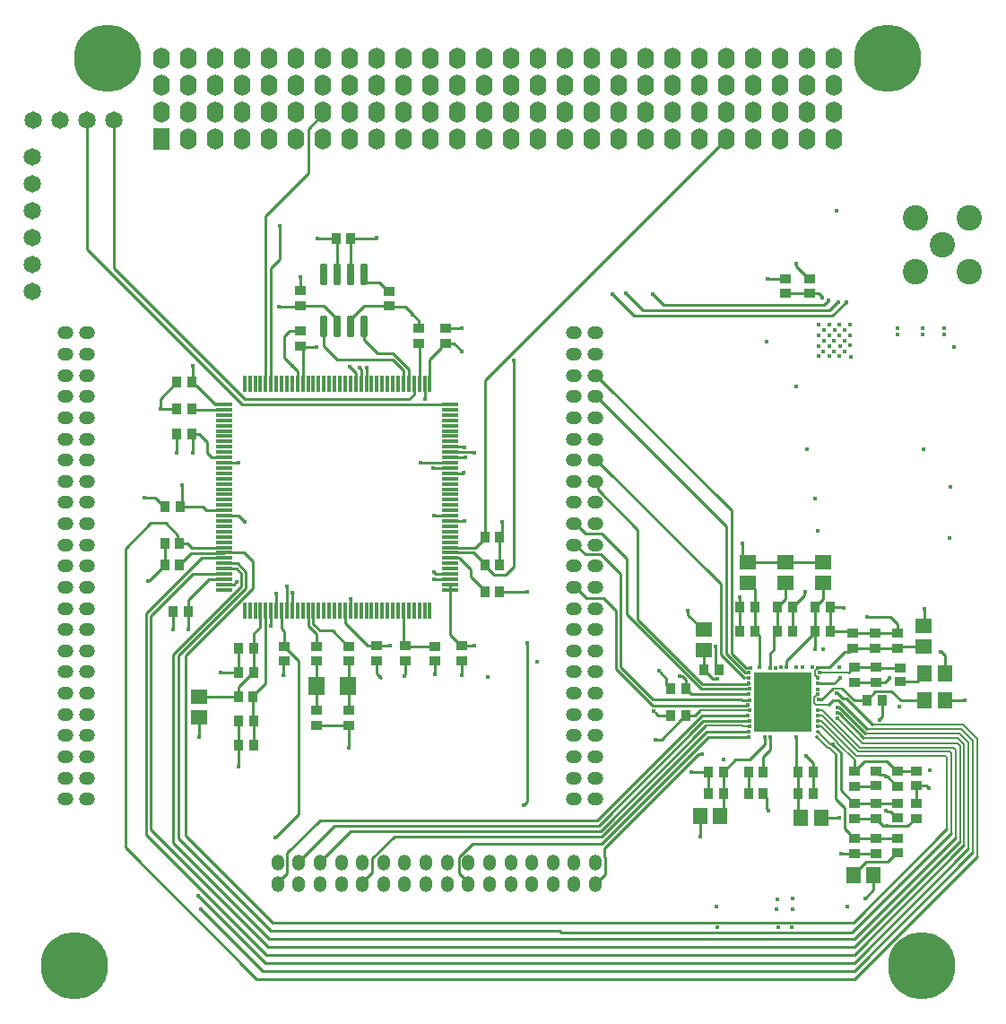
<source format=gbl>
G04*
G04 #@! TF.GenerationSoftware,Altium Limited,Altium Designer,21.0.8 (223)*
G04*
G04 Layer_Physical_Order=4*
G04 Layer_Color=16711680*
%FSLAX25Y25*%
%MOIN*%
G70*
G04*
G04 #@! TF.SameCoordinates,8C76C3ED-8D82-4A5C-AC10-AB376F5EDEF7*
G04*
G04*
G04 #@! TF.FilePolarity,Positive*
G04*
G01*
G75*
%ADD13C,0.01000*%
%ADD15C,0.00800*%
%ADD16R,0.03740X0.04134*%
%ADD18R,0.04134X0.03740*%
%ADD31R,0.05472X0.06181*%
%ADD33R,0.06181X0.05472*%
%ADD60C,0.00600*%
%ADD69C,0.25000*%
%ADD70O,0.05906X0.04921*%
%ADD71O,0.04921X0.05906*%
%ADD72O,0.06299X0.07874*%
%ADD73R,0.06299X0.07874*%
%ADD74C,0.09449*%
%ADD75C,0.06496*%
%ADD76C,0.01500*%
%ADD77C,0.01575*%
%ADD78C,0.01400*%
G04:AMPARAMS|DCode=86|XSize=61.42mil|YSize=11.02mil|CornerRadius=1.38mil|HoleSize=0mil|Usage=FLASHONLY|Rotation=0.000|XOffset=0mil|YOffset=0mil|HoleType=Round|Shape=RoundedRectangle|*
%AMROUNDEDRECTD86*
21,1,0.06142,0.00827,0,0,0.0*
21,1,0.05866,0.01102,0,0,0.0*
1,1,0.00276,0.02933,-0.00413*
1,1,0.00276,-0.02933,-0.00413*
1,1,0.00276,-0.02933,0.00413*
1,1,0.00276,0.02933,0.00413*
%
%ADD86ROUNDEDRECTD86*%
G04:AMPARAMS|DCode=87|XSize=61.42mil|YSize=11.02mil|CornerRadius=1.38mil|HoleSize=0mil|Usage=FLASHONLY|Rotation=90.000|XOffset=0mil|YOffset=0mil|HoleType=Round|Shape=RoundedRectangle|*
%AMROUNDEDRECTD87*
21,1,0.06142,0.00827,0,0,90.0*
21,1,0.05866,0.01102,0,0,90.0*
1,1,0.00276,0.00413,0.02933*
1,1,0.00276,0.00413,-0.02933*
1,1,0.00276,-0.00413,-0.02933*
1,1,0.00276,-0.00413,0.02933*
%
%ADD87ROUNDEDRECTD87*%
G04:AMPARAMS|DCode=88|XSize=77.56mil|YSize=23.62mil|CornerRadius=2.95mil|HoleSize=0mil|Usage=FLASHONLY|Rotation=90.000|XOffset=0mil|YOffset=0mil|HoleType=Round|Shape=RoundedRectangle|*
%AMROUNDEDRECTD88*
21,1,0.07756,0.01772,0,0,90.0*
21,1,0.07165,0.02362,0,0,90.0*
1,1,0.00591,0.00886,0.03583*
1,1,0.00591,0.00886,-0.03583*
1,1,0.00591,-0.00886,-0.03583*
1,1,0.00591,-0.00886,0.03583*
%
%ADD88ROUNDEDRECTD88*%
%ADD89R,0.05906X0.07087*%
%ADD90C,0.00700*%
%ADD91R,0.21762X0.22000*%
D13*
X378120Y217752D02*
X378228Y217645D01*
X381053D01*
X380416Y215706D02*
X380462Y215752D01*
X345031Y215706D02*
X380416D01*
X357354Y212000D02*
X360897D01*
X331400Y229337D02*
X345031Y215706D01*
X360897Y212000D02*
X362724Y213827D01*
X371858Y211940D02*
X371971Y211827D01*
X380611D01*
X363372Y211940D02*
X371858D01*
X363923Y209940D02*
X380956D01*
X381015Y209880D01*
X380644Y206040D02*
X380751Y205933D01*
X365245Y206040D02*
X380644D01*
X365695Y204040D02*
X380752D01*
X380839Y203952D01*
X325955Y164300D02*
X365695Y204040D01*
X358921Y220433D02*
X359550Y219804D01*
X380833D01*
X324433Y173000D02*
X363372Y211940D01*
X324983Y171000D02*
X363923Y209940D01*
X363250Y221740D02*
X380965D01*
X381005Y221780D01*
X394819Y232177D02*
X405498Y242856D01*
X394819Y229787D02*
Y232177D01*
X405498Y242856D02*
X405546Y242903D01*
Y243100D01*
Y252100D01*
X388678Y229714D02*
Y234981D01*
X390176Y236478D01*
X372334Y234807D02*
X379289Y227852D01*
X380745D02*
X380855Y227742D01*
X379289Y227852D02*
X380745D01*
X379782Y229718D02*
X381297D01*
X380748Y223658D02*
X380846Y223756D01*
X363594Y223658D02*
X380748D01*
X345248Y217752D02*
X378120D01*
X407043Y217847D02*
X407847D01*
X412000Y222000D01*
X406933Y217737D02*
X407043Y217847D01*
X406447Y223740D02*
X412477D01*
X406385Y229740D02*
X410740D01*
X406356Y229710D02*
X406385Y229740D01*
X418148Y235594D02*
X419400Y236846D01*
X410740Y229740D02*
X416594Y235594D01*
X418148D01*
X430945Y170897D02*
X431890D01*
X432000Y170787D01*
X411997Y201110D02*
X412104D01*
X411943Y201057D02*
X411997Y201110D01*
X412050Y201057D02*
X415000Y198107D01*
X412477Y223740D02*
X414689Y225952D01*
X427900Y220951D02*
X433842D01*
X437293Y217500D01*
X424646Y217697D02*
X427900Y220951D01*
X201500Y123000D02*
X420061D01*
X460900Y163839D01*
X202212Y126000D02*
X420000D01*
X459300Y165300D01*
X420000Y120000D02*
X462500Y162500D01*
X201000Y120000D02*
X420000D01*
X200000Y117000D02*
X420000D01*
X464100Y161100D01*
X420000Y114000D02*
X465700Y159700D01*
X197831Y114000D02*
X420000D01*
X202402Y129000D02*
X420000D01*
X457700Y166700D01*
X311255Y131225D02*
X419225D01*
X456100Y168100D01*
X413000Y181000D02*
X416500Y177500D01*
X413000Y181000D02*
Y197686D01*
X166800Y164602D02*
X202402Y129000D01*
X166800Y164602D02*
Y234481D01*
X168858Y166326D02*
X203184Y132000D01*
X168858Y166326D02*
Y234121D01*
X203184Y132000D02*
X310480D01*
X156900Y167600D02*
X201500Y123000D01*
X156900Y167600D02*
Y249956D01*
X176000Y145000D02*
X201000Y120000D01*
X177000Y140000D02*
X200000Y117000D01*
X149000Y162831D02*
X197831Y114000D01*
X149000Y162831D02*
Y274000D01*
X158500Y169712D02*
X202212Y126000D01*
X158500Y169712D02*
Y248926D01*
X171303Y167387D02*
Y234303D01*
Y167387D02*
X203690Y135000D01*
X419700D01*
X415226Y216507D02*
X424884Y206849D01*
X417130Y218107D02*
X426789Y208449D01*
X413713Y212942D02*
X413823Y212832D01*
X414375D02*
X423559Y203649D01*
X413641Y220213D02*
X415747Y218107D01*
X414563Y214907D02*
X424221Y205249D01*
X310480Y132000D02*
X311255Y131225D01*
X415084Y216507D02*
X415226D01*
X419700Y135000D02*
X454500Y169800D01*
X414091Y217500D02*
X415084Y216507D01*
X413823Y212832D02*
X414375D01*
X413500Y220213D02*
X413641D01*
X415747Y218107D02*
X417130D01*
X424000Y144000D02*
X427260Y147260D01*
Y152500D01*
X168858Y234121D02*
X193864Y259127D01*
X166800Y234481D02*
X192264Y259945D01*
X171303Y234303D02*
X196349Y259349D01*
X326205Y167000D02*
X365245Y206040D01*
X249000Y167000D02*
X326205D01*
X278167Y164300D02*
X325955D01*
X226910Y171000D02*
X324983D01*
X221417Y173000D02*
X324433D01*
X325763Y169000D02*
X364835Y208072D01*
X232784Y169000D02*
X325763D01*
X362274Y197491D02*
X363491D01*
X327237Y159205D02*
Y162454D01*
X362274Y197491D01*
X363491D02*
X363500Y197500D01*
X357354Y211803D02*
Y212000D01*
X348354Y203000D02*
X355787Y210433D01*
X355984D02*
X357354Y211803D01*
X355787Y210433D02*
X355984D01*
X346000Y203000D02*
X348354D01*
X207877Y227123D02*
X208000Y227000D01*
X163842Y267803D02*
Y276000D01*
X180000Y262500D02*
X186000D01*
X239002Y237998D02*
X247588D01*
X273657Y238000D02*
X274000D01*
X174000Y309500D02*
Y316500D01*
X214431Y348715D02*
X214716Y349000D01*
X213803Y364146D02*
X222927D01*
X357354Y221803D02*
Y225339D01*
X287958Y278000D02*
X289000Y279043D01*
X240932Y158932D02*
X249000Y167000D01*
X237162Y149756D02*
X240932Y153525D01*
Y158932D01*
X221414Y157630D02*
X232784Y169000D01*
X213540Y157630D02*
X226910Y171000D01*
X272972Y153316D02*
X276532Y149756D01*
Y149264D02*
Y149756D01*
X272972Y159105D02*
X278167Y164300D01*
X272972Y153316D02*
Y159105D01*
X209262Y160844D02*
X221417Y173000D01*
X209262Y153351D02*
Y160844D01*
X290428Y264119D02*
X293508Y267199D01*
X286227Y264119D02*
X290428D01*
X282643Y267703D02*
X286227Y264119D01*
X293508Y267199D02*
Y343992D01*
X282643Y267703D02*
Y268097D01*
X289000Y279043D02*
Y284000D01*
X263685Y265154D02*
X263841D01*
X264438Y264557D01*
X269847D01*
X277362Y263577D02*
Y266251D01*
X273202Y270411D02*
X277362Y266251D01*
X269898Y270411D02*
X273202D01*
X269847Y311801D02*
X269888Y311760D01*
X274949D02*
X274989Y311720D01*
X269888Y311760D02*
X274949D01*
X248302Y346698D02*
X254324Y340676D01*
X242824Y346698D02*
X248302D01*
X237800Y351722D02*
X242824Y346698D01*
X248383Y344117D02*
X252406Y340094D01*
X227883Y344117D02*
X248383D01*
X222800Y349200D02*
X227883Y344117D01*
X236658Y335147D02*
Y340564D01*
X236000Y341222D02*
X236658Y340564D01*
X236000Y341222D02*
Y341378D01*
X232500Y341500D02*
X234690Y339310D01*
X238630Y335151D02*
Y341230D01*
X238681Y341281D01*
X192264Y259945D02*
Y264585D01*
X193864Y259127D02*
Y265248D01*
X196349Y259349D02*
Y269151D01*
X193069Y272431D02*
X196349Y269151D01*
X190324Y266525D02*
X192264Y264585D01*
X185753Y266525D02*
X190324D01*
X190618Y268494D02*
X193864Y265248D01*
X185753Y268494D02*
X190618D01*
X174130Y264557D02*
X185736D01*
X158500Y248926D02*
X174130Y264557D01*
X156900Y249956D02*
X177444Y270500D01*
X192481Y327549D02*
X269847D01*
X134900Y385129D02*
Y433300D01*
Y385129D02*
X192481Y327549D01*
X173854Y336000D02*
X174000Y336146D01*
X183320Y327600D02*
X183371Y327549D01*
X174000Y336146D02*
Y342000D01*
X183371Y327549D02*
X185753D01*
X175421Y334433D02*
X182369Y327486D01*
X185668D01*
X411810Y360409D02*
X417005Y365604D01*
X338091Y360409D02*
X411810D01*
X330000Y368500D02*
X338091Y360409D01*
X410882Y362500D02*
X413934Y365552D01*
X335000Y369000D02*
X341500Y362500D01*
X410882D01*
X372500Y426300D02*
Y426300D01*
X282743Y278100D02*
Y336543D01*
X372500Y426300D01*
X327337Y152824D02*
Y159105D01*
X327237Y159205D02*
X327337Y159105D01*
X323776Y149264D02*
X327337Y152824D01*
X359500Y191000D02*
X365646D01*
X320409Y255586D02*
X326833D01*
X316394Y259600D02*
X320409Y255586D01*
X326833D02*
X331400Y251019D01*
Y229337D02*
Y251019D01*
X325656Y271753D02*
X333000Y264408D01*
Y230000D02*
Y264408D01*
X319990Y271753D02*
X325656D01*
X335500Y249490D02*
Y270223D01*
X326096Y279627D02*
X335500Y270223D01*
X319990Y279627D02*
X326096D01*
X339612Y247641D02*
X363594Y223658D01*
X364146Y228803D02*
Y236094D01*
X367293Y225656D02*
X368949D01*
X364146Y228803D02*
X367293Y225656D01*
X368949D02*
X369059Y225546D01*
X339612Y247641D02*
Y280888D01*
X335500Y249490D02*
X363250Y221740D01*
X356106Y226587D02*
X357354Y225339D01*
X355307Y226587D02*
X356106D01*
X324700Y295800D02*
X339612Y280888D01*
X355197Y226697D02*
X355307Y226587D01*
X324269Y330466D02*
X372334Y282401D01*
Y234807D02*
Y282401D01*
X374500Y235000D02*
X379782Y229718D01*
X324269Y338340D02*
X374500Y288109D01*
Y235000D02*
Y288109D01*
X324269Y306844D02*
X370365Y260747D01*
Y234513D02*
X379029Y225850D01*
X380691Y225740D02*
X380847D01*
X380581Y225850D02*
X380691Y225740D01*
X370365Y234513D02*
Y260747D01*
X368484Y230370D02*
X369854Y229000D01*
X368484Y230370D02*
Y237589D01*
X368478Y237596D02*
X368484Y237589D01*
X268000Y356000D02*
X274000D01*
X268000Y350146D02*
X271229D01*
X273955Y347419D01*
Y347392D02*
Y347419D01*
X258312Y335147D02*
Y349834D01*
X258000Y350146D02*
X258312Y349834D01*
X266433Y348579D02*
Y348776D01*
X267803Y350146D02*
X268000D01*
X266433Y348776D02*
X267803Y350146D01*
X262249Y344394D02*
X266433Y348579D01*
X262249Y335147D02*
Y344394D01*
X253000Y364000D02*
X255902Y361098D01*
Y361031D02*
Y361098D01*
X258000Y356000D02*
Y358933D01*
X255902Y361031D02*
X258000Y358933D01*
X156047Y292953D02*
X160193D01*
X162276Y291067D02*
X163646Y289697D01*
X162079Y291067D02*
X162276D01*
X160193Y292953D02*
X162079Y291067D01*
X163646Y289500D02*
Y289697D01*
X156000Y293000D02*
X156047Y292953D01*
X254500Y329500D02*
X256343Y331343D01*
X193500Y329500D02*
X254500D01*
X144900Y378100D02*
X193500Y329500D01*
X215000Y335152D02*
X215005Y335147D01*
X214358Y348642D02*
X215000Y348000D01*
Y335152D02*
Y348000D01*
X214716Y349000D02*
X220000D01*
X214000Y349146D02*
X214431Y348715D01*
X210000Y355000D02*
X214000D01*
X208000Y353000D02*
X210000Y355000D01*
X208000Y345000D02*
Y353000D01*
Y345000D02*
X211000Y342000D01*
X206000Y364000D02*
X213657D01*
X213803Y364146D01*
X267854Y357000D02*
X267954Y357100D01*
X173854Y335803D02*
Y336000D01*
X175224Y334433D02*
X175421D01*
X173854Y335803D02*
X175224Y334433D01*
X162000Y329658D02*
X168146Y335803D01*
X162000Y326000D02*
Y329658D01*
X168146Y335803D02*
Y336000D01*
X162000Y326000D02*
X168146D01*
X252747Y226842D02*
X253000Y227095D01*
X252747Y226687D02*
Y226842D01*
X253000Y227095D02*
Y232146D01*
X274000Y227000D02*
Y232146D01*
X269790Y241867D02*
X272433Y239224D01*
Y239224D02*
Y239224D01*
X269790Y241867D02*
Y258600D01*
X272433Y239224D02*
X273657Y238000D01*
X269790Y258600D02*
X269842Y258651D01*
X269847D01*
Y260620D01*
X274000Y237854D02*
X274055Y237800D01*
X278705D01*
X230756Y246244D02*
Y251050D01*
Y246244D02*
X239002Y237998D01*
X242412Y227588D02*
X244000Y226000D01*
X242412Y227588D02*
Y232146D01*
X252406Y237603D02*
Y251053D01*
X232724Y251056D02*
Y255207D01*
X203194Y335147D02*
Y378292D01*
X275439Y307855D02*
X275448Y307847D01*
X260280Y335147D02*
X260286Y335141D01*
X269838Y262579D02*
X269847Y262588D01*
Y307864D02*
X269856Y307855D01*
X260286Y329543D02*
X260292Y329537D01*
X203169Y245325D02*
X203182Y245337D01*
X263674Y262570D02*
X263684Y262579D01*
X263790Y286210D02*
X269847D01*
X260286Y329543D02*
Y335141D01*
X185753Y286210D02*
X191119D01*
X209098Y251054D02*
X209099Y251053D01*
X263684Y262579D02*
X269838D01*
X211000Y342000D02*
X213036Y339964D01*
X203182Y251041D02*
X203194Y251053D01*
X263390Y303940D02*
X269834D01*
X206500Y381598D02*
Y394000D01*
X230753Y251053D02*
X230756Y251050D01*
X234690Y335147D02*
Y339310D01*
X209098Y251054D02*
Y259902D01*
X191119Y286210D02*
X193330Y284000D01*
X193500D01*
X209096Y259904D02*
X209098Y259902D01*
X205111Y251104D02*
X205162Y251053D01*
X238627Y335147D02*
X238630Y335151D01*
X203182Y245337D02*
Y251041D01*
X263377Y303953D02*
X263390Y303940D01*
X211068Y251053D02*
X211110Y251095D01*
X203194Y378292D02*
X206500Y381598D01*
X269856Y307855D02*
X275439D01*
X213036Y335147D02*
Y339964D01*
X269834Y303940D02*
X269847Y303927D01*
X211110Y251095D02*
Y257355D01*
X205045Y257300D02*
X205111Y257234D01*
Y251104D02*
Y257234D01*
X269850Y284245D02*
X275089D01*
X211110Y257355D02*
X211286Y257530D01*
X269847Y309832D02*
X278561D01*
X232721Y251053D02*
X232724Y251056D01*
X185753Y305895D02*
X191105D01*
X275089Y284245D02*
X275093Y284248D01*
X258895Y305895D02*
X269847D01*
X232724Y255207D02*
X232728Y255210D01*
X278742Y309651D02*
X278897D01*
X269847Y284242D02*
X269850Y284245D01*
X278561Y309832D02*
X278742Y309651D01*
X269847Y301958D02*
X274549D01*
X274742Y302151D01*
X274897D01*
X185753Y260620D02*
X185804Y260671D01*
X189439D02*
X190268Y261500D01*
X185804Y260671D02*
X189439D01*
X253197Y237657D02*
X264000D01*
X126926Y298970D02*
X127418D01*
X315902Y156646D02*
Y157138D01*
X172607Y243877D02*
Y250393D01*
X172500Y250500D02*
X172607Y250393D01*
X166646Y243898D02*
X166682Y243861D01*
X166646Y243898D02*
Y250500D01*
X168000Y316500D02*
X168263Y316237D01*
Y309445D02*
Y316237D01*
X172354Y254854D02*
X180000Y262500D01*
X172354Y250500D02*
Y254854D01*
X185744Y264548D02*
X185753Y264557D01*
X185736D02*
X185744Y264548D01*
X177444Y270500D02*
X185715D01*
X158149Y262110D02*
X163842Y267803D01*
X157610Y262110D02*
X158149D01*
X157500Y262000D02*
X157610Y262110D01*
X170000Y290146D02*
Y297500D01*
X169354Y289500D02*
X170000Y290146D01*
X185724Y288150D02*
X185753Y288179D01*
X178982Y288150D02*
X185724D01*
X177632Y289500D02*
X178982Y288150D01*
X169354Y289500D02*
X177632D01*
X174000Y316500D02*
X176500D01*
X179500Y313500D01*
Y309500D02*
Y313500D01*
X181136Y307864D02*
X185753D01*
X179500Y309500D02*
X181136Y307864D01*
X176500Y204000D02*
Y211240D01*
X452500Y235500D02*
X453760Y234240D01*
Y227500D02*
Y234240D01*
X394600Y368997D02*
X403300D01*
X407730Y367826D02*
X408138Y367418D01*
Y367263D02*
Y367418D01*
X403300Y368997D02*
X406667D01*
X407730Y367826D02*
Y367934D01*
X406667Y368997D02*
X407730Y367934D01*
X349000Y364500D02*
X408833D01*
X410503Y366170D01*
X345000Y368500D02*
X349000Y364500D01*
X456900Y348900D02*
X457000Y349000D01*
X412000Y217500D02*
X414091D01*
X410500Y216000D02*
X412000Y217500D01*
X415000Y184158D02*
Y198107D01*
X405498Y236632D02*
Y242856D01*
X388000Y176500D02*
Y176655D01*
X386157Y183000D02*
X387528Y181630D01*
Y177128D02*
Y181630D01*
Y177128D02*
X388000Y176655D01*
X446832Y185843D02*
X447721Y184953D01*
X443000Y185843D02*
X446832D01*
X447721Y184953D02*
X447877D01*
X443000Y179354D02*
Y185843D01*
X432158Y195000D02*
X435803Y191354D01*
X423842Y195000D02*
X432158D01*
X435803Y191354D02*
X436000D01*
X420197D02*
X423842Y195000D01*
X420000Y191354D02*
X420197D01*
X415000Y184158D02*
X419803Y179354D01*
X436000Y191354D02*
X442803D01*
X443000Y191157D01*
X429370Y189787D02*
X431204D01*
X431735Y189256D01*
X431890D01*
X432303Y189146D02*
X435803Y185646D01*
X432000Y189146D02*
X432303D01*
X431890Y189256D02*
X432000Y189146D01*
X435803Y185646D02*
X436197D01*
X432000Y176485D02*
X432142Y176343D01*
X432000Y176485D02*
Y176500D01*
X435803Y173843D02*
X436000D01*
X433303Y176343D02*
X435803Y173843D01*
X432142Y176343D02*
X433303D01*
X419740Y152854D02*
X424386Y157500D01*
X419740Y152500D02*
Y152854D01*
X435803Y160843D02*
X436000D01*
X432461Y157500D02*
X435803Y160843D01*
X424386Y157500D02*
X432461D01*
X415000Y160500D02*
X419854D01*
X420000Y160646D01*
X428000D01*
X439945Y170787D02*
X442803Y173646D01*
X443000D01*
X432000Y170787D02*
X439945D01*
X428197Y173646D02*
X430945Y170897D01*
X420000Y173646D02*
X428197D01*
X420000Y166354D02*
X428000D01*
X418433Y167724D02*
Y167921D01*
X416500Y169854D02*
X418433Y167921D01*
X419803Y166354D02*
X420000D01*
X418433Y167724D02*
X419803Y166354D01*
X416500Y169854D02*
Y177500D01*
X407922Y173838D02*
X414443D01*
X407760Y174000D02*
X407922Y173838D01*
X207877Y227123D02*
Y232219D01*
X208000Y232343D01*
X213500Y175312D02*
Y232354D01*
X204913Y166725D02*
X213500Y175312D01*
X169158Y276000D02*
X172163D01*
X173764Y274399D01*
X185753D01*
X169158Y268000D02*
X173537Y272379D01*
X185753Y272431D02*
X193069D01*
X185702Y272379D02*
X185753Y272431D01*
X420000Y191354D02*
Y195636D01*
X413823Y214907D02*
X414563D01*
X413713Y215017D02*
X413823Y214907D01*
X429307Y210336D02*
Y210492D01*
X430354Y211539D02*
Y217500D01*
X429307Y210492D02*
X430354Y211539D01*
X149000Y274000D02*
X158500Y283500D01*
X346000Y213000D02*
X347000Y212000D01*
X351646D01*
X348000Y228000D02*
X350276Y225724D01*
Y223370D02*
X351646Y222000D01*
X350276Y223370D02*
Y225724D01*
X357354Y221803D02*
X358724Y220433D01*
X358921D01*
X333000Y230000D02*
X345248Y217752D01*
X363646Y243760D02*
X364000D01*
X358110Y249295D02*
X363646Y243760D01*
X358110Y249295D02*
Y250890D01*
X358000Y251000D02*
X358110Y250890D01*
X364000Y236240D02*
X364146Y236094D01*
X377500Y252146D02*
X377546Y252100D01*
X377500Y252146D02*
Y256000D01*
X377546Y243100D02*
Y252100D01*
X378500Y270760D02*
X380400Y268860D01*
X378500Y270760D02*
Y276000D01*
X288276Y257781D02*
X298397D01*
X288158Y257900D02*
X288276Y257781D01*
X398610Y378805D02*
X403103Y374312D01*
X398500Y380000D02*
X398610Y379890D01*
Y378805D02*
Y379890D01*
X403103Y374312D02*
X403300D01*
X387867Y374212D02*
X394500D01*
X402500Y311000D02*
Y311156D01*
X397254Y252297D02*
X401542Y256584D01*
X397254Y243100D02*
Y252297D01*
X401542Y256584D02*
Y257671D01*
X401652Y257781D01*
X411254Y252100D02*
X415900D01*
X416000Y252000D01*
X436200Y242554D02*
Y245800D01*
X433511Y248489D02*
X436200Y245800D01*
X424693Y248489D02*
X433511D01*
X445950Y245210D02*
Y251450D01*
X445900Y245160D02*
X445950Y245210D01*
X420000Y224146D02*
X431516D01*
X433152Y225781D01*
X453760Y217500D02*
X461000D01*
X404854Y191000D02*
Y194236D01*
X402211Y196880D02*
X404854Y194236D01*
X436000Y173843D02*
X436197D01*
X404854Y183000D02*
Y191000D01*
X362870Y166786D02*
Y174370D01*
X362740Y174500D02*
X362870Y174370D01*
X227800Y356576D02*
Y359272D01*
X222927Y364146D02*
X227800Y359272D01*
X214000Y369854D02*
Y375000D01*
X243519Y372942D02*
X246803Y369657D01*
X237800Y373623D02*
Y376024D01*
Y373623D02*
X238481Y372942D01*
X243519D01*
X246803Y369657D02*
X247000D01*
Y364342D02*
X247342Y364000D01*
X253000D01*
X232800Y356576D02*
Y359272D01*
X237870Y364342D01*
X247000D01*
X264000Y227311D02*
Y232343D01*
X184681Y228000D02*
X191000D01*
X184307Y227781D02*
X184463D01*
X184681Y228000D01*
X418433Y228326D02*
Y228484D01*
X419803Y229854D01*
X417847Y227740D02*
X418433Y228326D01*
X419803Y229854D02*
X428000D01*
X232000Y200000D02*
Y208146D01*
X191000Y193000D02*
Y210000D01*
X413934Y365552D02*
X414089D01*
X371354Y175594D02*
Y183000D01*
X370260Y174500D02*
X371354Y175594D01*
X381000Y195500D02*
X386619Y201119D01*
Y203934D01*
X296989Y178523D02*
X298360Y179893D01*
Y239021D01*
X163984Y283500D02*
X168502Y278981D01*
Y276155D02*
X168658Y276000D01*
X168502Y276155D02*
Y278981D01*
X158500Y283500D02*
X163984D01*
X185715Y270500D02*
X185753Y270462D01*
X173537Y272379D02*
X185702D01*
X208197Y237657D02*
X213500Y232354D01*
X208000Y237657D02*
X208197D01*
X388747Y199247D02*
Y203940D01*
X375854Y195500D02*
X381000D01*
X386157Y196658D02*
X388747Y199247D01*
X386157Y191000D02*
Y196658D01*
X371354Y191000D02*
X375854Y195500D01*
X371354Y183000D02*
Y191000D01*
X323776Y149264D02*
Y149264D01*
X446240Y227146D02*
Y227500D01*
X437200Y224414D02*
X443509D01*
X446240Y227146D01*
X424646Y217500D02*
Y217697D01*
X437293Y217500D02*
X446240D01*
X420000D02*
X424646D01*
X415500Y222000D02*
X420000Y217500D01*
X324700Y295800D02*
Y298047D01*
X323776Y298970D02*
X324700Y298047D01*
X174274Y325580D02*
X185753D01*
X173854Y326000D02*
X174274Y325580D01*
X232658Y389300D02*
X242144D01*
X242344Y389500D01*
X242500D01*
X227194Y389152D02*
X227343Y389300D01*
X220397Y389152D02*
X227194D01*
X217000Y413500D02*
Y430013D01*
X222500Y435513D02*
Y436300D01*
X217000Y430013D02*
X222500Y435513D01*
X201225Y335147D02*
Y397725D01*
X217000Y413500D01*
X144900Y378100D02*
Y433300D01*
X256343Y331343D02*
Y335147D01*
X394500Y368897D02*
X394600Y368997D01*
X232658Y389300D02*
X232800Y389158D01*
Y376024D02*
Y389158D01*
X227800Y376024D02*
Y388843D01*
X227343Y389300D02*
X227800Y388843D01*
X222800Y349200D02*
Y356576D01*
X252406Y335147D02*
Y340094D01*
X254324Y335198D02*
Y340676D01*
X237800Y351722D02*
Y356576D01*
X254324Y335198D02*
X254375Y335147D01*
X269847Y270462D02*
X269898Y270411D01*
X282842Y257900D02*
Y258097D01*
X277362Y263577D02*
X282842Y258097D01*
X287958Y267900D02*
Y278000D01*
X278309Y272431D02*
X282643Y268097D01*
X269847Y272431D02*
X278309D01*
X279239Y274399D02*
X282743Y277903D01*
X269847Y274399D02*
X279239D01*
X282743Y277903D02*
Y278100D01*
X190957Y218760D02*
X191197Y219000D01*
X177854Y218760D02*
X190957D01*
X196709Y201000D02*
Y210000D01*
X196512Y210197D02*
Y219000D01*
Y210197D02*
X196709Y210000D01*
X220000Y208146D02*
X232000D01*
Y213854D02*
Y222905D01*
X231906Y223000D02*
X232000Y222905D01*
X220000Y213854D02*
Y222905D01*
X220094Y223000D01*
X220000Y223095D02*
X220094Y223000D01*
X220000Y223095D02*
Y232343D01*
X231906Y223000D02*
X232000Y223095D01*
Y232343D01*
X253000Y237854D02*
X253197Y237657D01*
X218942Y246058D02*
Y251053D01*
Y246058D02*
X221500Y243500D01*
X225961D01*
X231803Y237657D02*
X232000D01*
X225961Y243500D02*
X231803Y237657D01*
X216973Y245294D02*
Y251053D01*
X220000Y237657D02*
Y242267D01*
X216973Y245294D02*
X220000Y242267D01*
X208000Y237657D02*
Y243346D01*
X207131Y244215D02*
X208000Y243346D01*
X207131Y244215D02*
Y251053D01*
X196512Y219197D02*
X201225Y223910D01*
Y251053D01*
X196512Y219000D02*
Y219197D01*
X191000Y228000D02*
Y237000D01*
X199257Y244824D02*
Y251053D01*
X191197Y222488D02*
X195142Y226433D01*
X195339D01*
X196709Y227803D01*
Y228000D01*
X191197Y219000D02*
Y222488D01*
X196709Y242276D02*
X199257Y244824D01*
X196709Y237000D02*
Y242276D01*
Y228000D02*
Y237000D01*
X411254Y243100D02*
Y252100D01*
X391546Y252297D02*
X394400Y255151D01*
X391546Y252100D02*
Y252297D01*
X394400Y255151D02*
Y261340D01*
X391546Y243100D02*
Y252100D01*
X408400Y255151D02*
Y261340D01*
X405546Y252297D02*
X408400Y255151D01*
X405546Y252100D02*
Y252297D01*
X394400Y268860D02*
X408400D01*
X380400D02*
X394400D01*
X383254Y243100D02*
Y252100D01*
Y258840D01*
X380754Y261340D02*
X383254Y258840D01*
X380400Y261340D02*
X380754D01*
X384624Y230218D02*
Y241730D01*
Y230218D02*
X384847Y229995D01*
X383254Y243100D02*
X384624Y241730D01*
X384847Y229840D02*
Y229995D01*
X390176Y236478D02*
Y241730D01*
X391546Y243100D01*
X399146Y175094D02*
X400240Y174000D01*
X399146Y175094D02*
Y183000D01*
X365646D02*
Y191000D01*
X380842Y183000D02*
Y191000D01*
X398547Y191599D02*
Y204040D01*
Y191599D02*
X399146Y191000D01*
Y183000D02*
Y191000D01*
X419803Y179354D02*
X420000D01*
X435803Y166354D02*
X436000Y166157D01*
X428000Y166354D02*
X435803D01*
X428000Y179354D02*
X435803D01*
X436000Y179157D01*
X420000Y179354D02*
X428000D01*
X437200Y224414D02*
X437854Y223760D01*
X428000Y191157D02*
X429370Y189787D01*
X427803Y185646D02*
X428000Y185843D01*
X420000Y185646D02*
X427803D01*
X436995Y237640D02*
X445900D01*
X436200Y236846D02*
X436995Y237640D01*
X428000Y229854D02*
X428125Y229729D01*
X437200D01*
X419400Y236846D02*
X427900D01*
X411254Y243100D02*
X418854D01*
X419400Y242554D01*
X427900D02*
X436200D01*
X419400D02*
X427900D01*
Y236846D02*
X436200D01*
X237162Y149264D02*
Y149756D01*
X221414Y157138D02*
Y157630D01*
X213540Y157138D02*
Y157630D01*
X205666Y149756D02*
X209262Y153351D01*
X205666Y149264D02*
Y149756D01*
X315902Y259600D02*
X316394D01*
Y275348D02*
X319990Y271753D01*
X315902Y275348D02*
X316394D01*
Y283222D02*
X319990Y279627D01*
X315902Y283222D02*
X316394D01*
X323776Y306844D02*
X324269D01*
X323776Y330466D02*
X324269D01*
X323776Y338340D02*
X324269D01*
D15*
X367332Y213768D02*
X381015D01*
X362724Y213827D02*
X367273D01*
X367332Y213768D01*
X378628Y208072D02*
X378802Y207897D01*
X381015D01*
X364835Y208072D02*
X378628D01*
X406041Y203865D02*
X406042D01*
X410048Y199858D01*
X406428Y205930D02*
X411099Y201258D01*
X406428Y205930D02*
X407070D01*
X406337Y206021D02*
X406428Y205930D01*
X406381D02*
X406428D01*
X411099Y201258D02*
X411956D01*
X406573Y207853D02*
X407889D01*
X406425Y208001D02*
X406573Y207853D01*
X407889D02*
X413925Y201817D01*
X406573Y209865D02*
X407892D01*
X420757Y197000D01*
X406425Y210014D02*
X406573Y209865D01*
Y211848D02*
X408031D01*
X406425Y211996D02*
X406573Y211848D01*
X408031D02*
X421379Y198500D01*
X407154Y227762D02*
X407177Y227740D01*
X417847D01*
X411956Y201258D02*
X412104Y201110D01*
X410048Y199858D02*
X410828D01*
X413000Y197686D01*
X422000Y200000D02*
X455657D01*
X406445Y214002D02*
X406593Y213854D01*
X408146D01*
X422000Y200000D01*
X413925Y201711D02*
Y201817D01*
X412000Y222000D02*
X415500D01*
X460900Y163839D02*
Y201277D01*
X459300Y165300D02*
Y200614D01*
X462500Y162500D02*
Y201940D01*
X464100Y161100D02*
Y202602D01*
X465700Y159700D02*
Y203265D01*
X457700Y166700D02*
Y199214D01*
X456100Y168100D02*
Y197814D01*
X413925Y201711D02*
X420000Y195636D01*
X455414Y198500D02*
X456100Y197814D01*
X424884Y206849D02*
X459854D01*
X426789Y208449D02*
X460517D01*
X465700Y203265D01*
X458414Y201500D02*
X459300Y200614D01*
X458528Y203649D02*
X460900Y201277D01*
X423559Y203649D02*
X458528D01*
X456914Y200000D02*
X457700Y199214D01*
X459854Y206849D02*
X464100Y202602D01*
X454500Y169800D02*
Y196414D01*
X459191Y205249D02*
X462500Y201940D01*
X424221Y205249D02*
X459191D01*
X453914Y197000D02*
X454500Y196414D01*
X420757Y197000D02*
X453914D01*
X379029Y225850D02*
X380581D01*
X423028Y201500D02*
X458414D01*
X421379Y198500D02*
X455414D01*
X455657Y200000D02*
X456914D01*
X413659Y210868D02*
X423028Y201500D01*
D16*
X166646Y250500D02*
D03*
X172354D02*
D03*
X163646Y289500D02*
D03*
X169354D02*
D03*
X168000Y316500D02*
D03*
X173709D02*
D03*
X288158Y257900D02*
D03*
X282842D02*
D03*
X282643Y267900D02*
D03*
X287958D02*
D03*
X282743Y278100D02*
D03*
X288057D02*
D03*
X168146Y336000D02*
D03*
X173854D02*
D03*
X227343Y389300D02*
D03*
X232658D02*
D03*
X357354Y222000D02*
D03*
X351646D02*
D03*
X357354Y212000D02*
D03*
X351646D02*
D03*
X163842Y276000D02*
D03*
X169158D02*
D03*
X163842Y268000D02*
D03*
X169158D02*
D03*
X196709Y201000D02*
D03*
X191000D02*
D03*
X196709Y210000D02*
D03*
X191000D02*
D03*
Y228000D02*
D03*
X196709D02*
D03*
X191000Y237000D02*
D03*
X196709D02*
D03*
X191197Y219000D02*
D03*
X196512D02*
D03*
X168146Y326000D02*
D03*
X173854D02*
D03*
X386157Y191000D02*
D03*
X380842D02*
D03*
Y183000D02*
D03*
X386157D02*
D03*
X364146Y229000D02*
D03*
X369854D02*
D03*
X405546Y252100D02*
D03*
X411254D02*
D03*
X405546Y243100D02*
D03*
X411254D02*
D03*
X391546Y252100D02*
D03*
X397254D02*
D03*
X391546Y243100D02*
D03*
X397254D02*
D03*
X383254D02*
D03*
X377546D02*
D03*
X383254Y252100D02*
D03*
X377546D02*
D03*
X424646Y217500D02*
D03*
X430354D02*
D03*
X399146Y191000D02*
D03*
X404854D02*
D03*
X399146Y183000D02*
D03*
X404854D02*
D03*
X371354D02*
D03*
X365646D02*
D03*
X371354Y191000D02*
D03*
X365646D02*
D03*
D18*
X242412Y232146D02*
D03*
Y237854D02*
D03*
X268000Y350146D02*
D03*
Y355854D02*
D03*
X264000Y237657D02*
D03*
Y232343D02*
D03*
X253000Y237854D02*
D03*
Y232146D02*
D03*
X274000D02*
D03*
Y237854D02*
D03*
X214000Y354854D02*
D03*
Y349146D02*
D03*
X247000Y364342D02*
D03*
Y369657D02*
D03*
X258000Y355854D02*
D03*
Y350146D02*
D03*
X419400Y242554D02*
D03*
Y236846D02*
D03*
X427900Y242554D02*
D03*
Y236846D02*
D03*
X436200Y242554D02*
D03*
Y236846D02*
D03*
X208000Y232343D02*
D03*
Y237657D02*
D03*
X214000Y369854D02*
D03*
Y364146D02*
D03*
X232000Y232343D02*
D03*
Y237657D02*
D03*
Y208146D02*
D03*
Y213854D02*
D03*
X220000Y208146D02*
D03*
Y213854D02*
D03*
Y232343D02*
D03*
Y237657D02*
D03*
X437200Y229729D02*
D03*
Y224414D02*
D03*
X428000Y224146D02*
D03*
Y229854D02*
D03*
X420000Y224146D02*
D03*
Y229854D02*
D03*
X428000Y173646D02*
D03*
Y179354D02*
D03*
X436000Y173843D02*
D03*
Y179157D02*
D03*
X420000Y173646D02*
D03*
Y179354D02*
D03*
Y191354D02*
D03*
Y185646D02*
D03*
X436000Y191354D02*
D03*
Y185646D02*
D03*
X443000Y185843D02*
D03*
Y191157D02*
D03*
Y179354D02*
D03*
Y173646D02*
D03*
X428000Y191157D02*
D03*
Y185843D02*
D03*
X420000Y166354D02*
D03*
Y160646D02*
D03*
X428000Y166354D02*
D03*
Y160646D02*
D03*
X436000Y160843D02*
D03*
Y166157D02*
D03*
X394500Y374212D02*
D03*
Y368897D02*
D03*
X403300Y368997D02*
D03*
Y374312D02*
D03*
D31*
X446240Y227500D02*
D03*
X453760D02*
D03*
Y217500D02*
D03*
X446240D02*
D03*
X400240Y174000D02*
D03*
X407760D02*
D03*
X427260Y152500D02*
D03*
X419740D02*
D03*
X362740Y174500D02*
D03*
X370260D02*
D03*
D33*
X408400Y268860D02*
D03*
Y261340D02*
D03*
X176500Y218760D02*
D03*
Y211240D02*
D03*
X364000Y236240D02*
D03*
Y243760D02*
D03*
X445900Y245160D02*
D03*
Y237640D02*
D03*
X394400Y261340D02*
D03*
Y268860D02*
D03*
X380400Y261340D02*
D03*
Y268860D02*
D03*
D60*
X405246Y216410D02*
Y218499D01*
X406483Y219736D01*
X406356Y229447D02*
Y229710D01*
X405504Y228595D02*
X406356Y229447D01*
X406425Y225919D02*
Y226110D01*
X405504Y227030D02*
X406425Y226110D01*
X405504Y227030D02*
Y228595D01*
D69*
X445000Y118800D02*
D03*
X130000D02*
D03*
X432500Y456300D02*
D03*
X142500D02*
D03*
D70*
X134800Y267474D02*
D03*
X323776Y354088D02*
D03*
X315902D02*
D03*
X323776Y330466D02*
D03*
Y322592D02*
D03*
Y314718D02*
D03*
Y306844D02*
D03*
Y298970D02*
D03*
Y291096D02*
D03*
Y283222D02*
D03*
Y275348D02*
D03*
Y259600D02*
D03*
Y251726D02*
D03*
Y243852D02*
D03*
Y235978D02*
D03*
Y228104D02*
D03*
Y220230D02*
D03*
Y212356D02*
D03*
Y204482D02*
D03*
Y196608D02*
D03*
Y188734D02*
D03*
X315902D02*
D03*
Y196608D02*
D03*
Y204482D02*
D03*
Y212356D02*
D03*
Y220230D02*
D03*
Y228104D02*
D03*
Y235978D02*
D03*
Y243852D02*
D03*
Y251726D02*
D03*
Y259600D02*
D03*
Y267474D02*
D03*
Y275348D02*
D03*
Y283222D02*
D03*
Y291096D02*
D03*
Y298970D02*
D03*
Y306844D02*
D03*
Y314718D02*
D03*
Y322592D02*
D03*
Y330466D02*
D03*
Y346214D02*
D03*
Y338340D02*
D03*
X323776D02*
D03*
Y346214D02*
D03*
X134800D02*
D03*
Y338340D02*
D03*
X126926D02*
D03*
Y346214D02*
D03*
Y330466D02*
D03*
Y322592D02*
D03*
Y314718D02*
D03*
Y306844D02*
D03*
Y298970D02*
D03*
Y291096D02*
D03*
Y283222D02*
D03*
Y275348D02*
D03*
Y259600D02*
D03*
Y251726D02*
D03*
Y243852D02*
D03*
Y235978D02*
D03*
Y228104D02*
D03*
Y220230D02*
D03*
Y212356D02*
D03*
Y204482D02*
D03*
Y196608D02*
D03*
Y188734D02*
D03*
X134800D02*
D03*
Y196608D02*
D03*
Y204482D02*
D03*
Y212356D02*
D03*
Y220230D02*
D03*
Y228104D02*
D03*
Y235978D02*
D03*
Y243852D02*
D03*
Y251726D02*
D03*
Y259600D02*
D03*
Y275348D02*
D03*
Y283222D02*
D03*
Y291096D02*
D03*
Y298970D02*
D03*
Y306844D02*
D03*
Y314718D02*
D03*
Y322592D02*
D03*
Y330466D02*
D03*
X126926Y354088D02*
D03*
X134800D02*
D03*
X323776Y267474D02*
D03*
Y180860D02*
D03*
X315902D02*
D03*
X126926Y267474D02*
D03*
Y180860D02*
D03*
X134800D02*
D03*
D71*
X323776Y149264D02*
D03*
X315902D02*
D03*
X308028D02*
D03*
X300154D02*
D03*
X292280D02*
D03*
X284406D02*
D03*
X276532D02*
D03*
X268658D02*
D03*
X260784D02*
D03*
X252910D02*
D03*
X245036D02*
D03*
X237162D02*
D03*
X229288D02*
D03*
X221414D02*
D03*
X213540D02*
D03*
X205666D02*
D03*
Y157138D02*
D03*
X213540D02*
D03*
X221414D02*
D03*
X229288D02*
D03*
X237162D02*
D03*
X245036D02*
D03*
X252910D02*
D03*
X260784D02*
D03*
X268658D02*
D03*
X276532D02*
D03*
X284406D02*
D03*
X292280D02*
D03*
X300154D02*
D03*
X308028D02*
D03*
X315902D02*
D03*
X323776D02*
D03*
D72*
X412500Y456300D02*
D03*
X402500D02*
D03*
X392500D02*
D03*
X382500D02*
D03*
X372500D02*
D03*
X362500D02*
D03*
X352500D02*
D03*
X342500D02*
D03*
X332500D02*
D03*
X322500D02*
D03*
X312500D02*
D03*
X302500D02*
D03*
X292500D02*
D03*
X282500D02*
D03*
X272500D02*
D03*
X262500D02*
D03*
X252500D02*
D03*
X242500D02*
D03*
X232500D02*
D03*
X222500D02*
D03*
X212500D02*
D03*
X202500D02*
D03*
X192500D02*
D03*
X182500D02*
D03*
X172500D02*
D03*
X162500D02*
D03*
X412500Y446300D02*
D03*
X402500D02*
D03*
X392500D02*
D03*
X382500D02*
D03*
X372500D02*
D03*
X362500D02*
D03*
X352500D02*
D03*
X342500D02*
D03*
X332500D02*
D03*
X322500D02*
D03*
X312500D02*
D03*
X302500D02*
D03*
X292500D02*
D03*
X282500D02*
D03*
X272500D02*
D03*
X262500D02*
D03*
X252500D02*
D03*
X242500D02*
D03*
X232500D02*
D03*
X222500D02*
D03*
X212500D02*
D03*
X202500D02*
D03*
X192500D02*
D03*
X182500D02*
D03*
X172500D02*
D03*
X162500D02*
D03*
X412500Y436300D02*
D03*
X402500D02*
D03*
X392500D02*
D03*
X382500D02*
D03*
X372500D02*
D03*
X362500D02*
D03*
X352500D02*
D03*
X342500D02*
D03*
X332500D02*
D03*
X322500D02*
D03*
X312500D02*
D03*
X302500D02*
D03*
X292500D02*
D03*
X282500D02*
D03*
X272500D02*
D03*
X262500D02*
D03*
X252500D02*
D03*
X242500D02*
D03*
X232500D02*
D03*
X222500D02*
D03*
X212500D02*
D03*
X202500D02*
D03*
X192500D02*
D03*
X182500D02*
D03*
X172500D02*
D03*
X162500D02*
D03*
X412500Y426300D02*
D03*
X402500D02*
D03*
X392500D02*
D03*
X382500D02*
D03*
X372500D02*
D03*
X362500D02*
D03*
X352500D02*
D03*
X342500D02*
D03*
X332500D02*
D03*
X322500D02*
D03*
X312500D02*
D03*
X302500D02*
D03*
X292500D02*
D03*
X282500D02*
D03*
X272500D02*
D03*
X262500D02*
D03*
X252500D02*
D03*
X242500D02*
D03*
X232500D02*
D03*
X222500D02*
D03*
X212500D02*
D03*
X202500D02*
D03*
X192500D02*
D03*
X182500D02*
D03*
X172500D02*
D03*
D73*
X162500D02*
D03*
D74*
X462743Y396900D02*
D03*
X442742D02*
D03*
Y376900D02*
D03*
X462743D02*
D03*
X452742Y386900D02*
D03*
D75*
X114600Y419700D02*
D03*
Y409700D02*
D03*
Y389700D02*
D03*
Y379700D02*
D03*
Y369700D02*
D03*
Y399700D02*
D03*
X114900Y433300D02*
D03*
X144900D02*
D03*
X134900D02*
D03*
X124900D02*
D03*
D76*
X381053Y217645D02*
D03*
X407154Y227762D02*
D03*
D77*
X380462Y215752D02*
D03*
X381015Y213768D02*
D03*
X380611Y211827D02*
D03*
X381015Y209880D02*
D03*
Y207897D02*
D03*
X380751Y205933D02*
D03*
X380839Y203952D02*
D03*
X380833Y219804D02*
D03*
X381005Y221780D02*
D03*
X406425Y208001D02*
D03*
Y210014D02*
D03*
Y211996D02*
D03*
X406483Y219736D02*
D03*
X406447Y221718D02*
D03*
X394819Y229787D02*
D03*
X392826Y229750D02*
D03*
X390774Y229728D02*
D03*
X388678Y229714D02*
D03*
X396978Y143803D02*
D03*
X397004Y139781D02*
D03*
X391276Y139883D02*
D03*
X391378Y143625D02*
D03*
X398547Y204040D02*
D03*
X380855Y227742D02*
D03*
X381297Y229718D02*
D03*
X380846Y223756D02*
D03*
X406445Y214002D02*
D03*
X406933Y217737D02*
D03*
X406425Y225919D02*
D03*
X406447Y223740D02*
D03*
X404357Y229899D02*
D03*
X406356Y229710D02*
D03*
X384500Y219451D02*
D03*
X432000Y170787D02*
D03*
X448126Y191462D02*
D03*
X412104Y201110D02*
D03*
X371291Y195613D02*
D03*
X414689Y225952D02*
D03*
X176000Y145000D02*
D03*
X177000Y140000D02*
D03*
X396702Y133113D02*
D03*
X391702D02*
D03*
X369000D02*
D03*
X424000Y144000D02*
D03*
X346000Y203000D02*
D03*
X289000Y284000D02*
D03*
X263685Y265154D02*
D03*
X274989Y311720D02*
D03*
X232500Y341500D02*
D03*
X236000Y341378D02*
D03*
X238634Y341372D02*
D03*
X174000Y342000D02*
D03*
X359500Y191000D02*
D03*
X369059Y225546D02*
D03*
X355197Y226697D02*
D03*
X368478Y237596D02*
D03*
X156000Y293000D02*
D03*
X211000Y342000D02*
D03*
X220000Y349000D02*
D03*
X206000Y364000D02*
D03*
X274038Y347337D02*
D03*
X274000Y356000D02*
D03*
X162000Y326000D02*
D03*
X252747Y226687D02*
D03*
X274000Y227000D02*
D03*
X278705Y237800D02*
D03*
X243722Y226194D02*
D03*
X247588Y237998D02*
D03*
X263790Y286210D02*
D03*
X275448Y307847D02*
D03*
X260292Y329537D02*
D03*
X275093Y284248D02*
D03*
X263674Y262570D02*
D03*
X190377Y261453D02*
D03*
X278897Y309651D02*
D03*
X193377Y283953D02*
D03*
X274897Y302151D02*
D03*
X190981Y305848D02*
D03*
X206500Y394000D02*
D03*
X203169Y245325D02*
D03*
X205045Y257300D02*
D03*
X209096Y259904D02*
D03*
X211153Y257426D02*
D03*
X232728Y255210D02*
D03*
X258895Y305895D02*
D03*
X263377Y303953D02*
D03*
X172607Y243877D02*
D03*
X166682Y243861D02*
D03*
X168263Y309445D02*
D03*
X157500Y262000D02*
D03*
X170000Y297500D02*
D03*
X174000Y309500D02*
D03*
X176500Y204000D02*
D03*
X417500Y141000D02*
D03*
X452202Y235462D02*
D03*
X368739Y140925D02*
D03*
X413353Y399580D02*
D03*
X408138Y367263D02*
D03*
X410503Y366170D02*
D03*
X335000Y369000D02*
D03*
X330000Y368500D02*
D03*
X345000D02*
D03*
X457000Y349000D02*
D03*
X453540Y353549D02*
D03*
X453555Y355767D02*
D03*
X445431Y353468D02*
D03*
X445413Y355763D02*
D03*
X436039Y353450D02*
D03*
X436021Y355816D02*
D03*
X400647Y229740D02*
D03*
X408405Y236589D02*
D03*
X405498Y236632D02*
D03*
X398573Y229739D02*
D03*
X384500Y225951D02*
D03*
X400920Y215995D02*
D03*
X403500Y219500D02*
D03*
X403426Y207327D02*
D03*
X388263Y207296D02*
D03*
X391980Y207351D02*
D03*
X395863Y207323D02*
D03*
X399470D02*
D03*
X386500Y209951D02*
D03*
X390336Y209969D02*
D03*
X394054Y210024D02*
D03*
X397936Y209996D02*
D03*
X401544D02*
D03*
X403500Y213000D02*
D03*
X388336Y212969D02*
D03*
X392054Y213024D02*
D03*
X395936Y212996D02*
D03*
X399544D02*
D03*
X386500Y215951D02*
D03*
X390336Y215969D02*
D03*
X394054Y216024D02*
D03*
X397936Y215996D02*
D03*
X388336Y219469D02*
D03*
X392054Y219524D02*
D03*
X395936Y219496D02*
D03*
X399544D02*
D03*
X386500Y222451D02*
D03*
X390336Y222469D02*
D03*
X394054Y222524D02*
D03*
X397936Y222496D02*
D03*
X401544D02*
D03*
X399544Y225996D02*
D03*
X395936D02*
D03*
X392054Y226024D02*
D03*
X388336Y225969D02*
D03*
X403500Y226000D02*
D03*
X384500Y212951D02*
D03*
X384426Y207277D02*
D03*
X418623Y345370D02*
D03*
X414601Y345405D02*
D03*
X410664Y345473D02*
D03*
X406694Y345508D02*
D03*
X408602Y347381D02*
D03*
X412590Y347330D02*
D03*
X416560Y347347D02*
D03*
X418571Y349402D02*
D03*
X414618Y349324D02*
D03*
X410696Y349386D02*
D03*
X406679Y349355D02*
D03*
X408680Y351340D02*
D03*
X412571Y351324D02*
D03*
X416540Y351355D02*
D03*
X418462Y353387D02*
D03*
X414493Y353231D02*
D03*
X410649Y353246D02*
D03*
X406742D02*
D03*
X416602Y355324D02*
D03*
X412618Y355309D02*
D03*
X408680Y355239D02*
D03*
X418431Y357176D02*
D03*
X414599Y357199D02*
D03*
X410627Y357176D02*
D03*
X406644Y357187D02*
D03*
X447877Y184953D02*
D03*
X431890Y189256D02*
D03*
X431877Y176453D02*
D03*
X415000Y160500D02*
D03*
X414443Y173838D02*
D03*
X207877Y226953D02*
D03*
X204913Y166725D02*
D03*
X413713Y215017D02*
D03*
X429307Y210336D02*
D03*
X413713Y212942D02*
D03*
X413659Y210868D02*
D03*
X413500Y220213D02*
D03*
X345410Y213531D02*
D03*
X347410Y228531D02*
D03*
X358000Y251000D02*
D03*
X377500Y256000D02*
D03*
X384847Y229840D02*
D03*
X380847Y225740D02*
D03*
X388747Y203940D02*
D03*
X386619Y203934D02*
D03*
X363500Y197500D02*
D03*
X455826Y297015D02*
D03*
X405500Y292500D02*
D03*
X378500Y276000D02*
D03*
X232000Y200000D02*
D03*
X298397Y257781D02*
D03*
X283652Y226118D02*
D03*
X302152Y231781D02*
D03*
X398314Y334221D02*
D03*
X387500Y351000D02*
D03*
X398500Y380000D02*
D03*
X387867Y374212D02*
D03*
X401652Y257781D02*
D03*
X416052Y251881D02*
D03*
X445950Y251450D02*
D03*
X433152Y225781D02*
D03*
X461000Y217500D02*
D03*
X362870Y166786D02*
D03*
X214000Y375000D02*
D03*
X255902Y361031D02*
D03*
X264000Y227311D02*
D03*
X184307Y227781D02*
D03*
X402500Y311000D02*
D03*
X406500Y280630D02*
D03*
X445689Y311000D02*
D03*
X455462Y278020D02*
D03*
X402211Y196880D02*
D03*
X424693Y248489D02*
D03*
X414594Y229985D02*
D03*
X436727Y215135D02*
D03*
X388000Y176500D02*
D03*
X191000Y193000D02*
D03*
X414089Y365552D02*
D03*
X293508Y343992D02*
D03*
X417005Y365604D02*
D03*
X296989Y178523D02*
D03*
X298360Y239021D02*
D03*
X242500Y389500D02*
D03*
X220397Y389152D02*
D03*
D78*
X406041Y203865D02*
D03*
X406337Y206021D02*
D03*
D86*
X185753Y258651D02*
D03*
Y260620D02*
D03*
Y262588D02*
D03*
Y264557D02*
D03*
Y266525D02*
D03*
Y268494D02*
D03*
Y270462D02*
D03*
Y272431D02*
D03*
Y274399D02*
D03*
Y276368D02*
D03*
Y278336D02*
D03*
Y280305D02*
D03*
Y282273D02*
D03*
Y284242D02*
D03*
Y286210D02*
D03*
Y288179D02*
D03*
Y290147D02*
D03*
Y292116D02*
D03*
Y294084D02*
D03*
Y296053D02*
D03*
Y298021D02*
D03*
Y299990D02*
D03*
Y301958D02*
D03*
Y303927D02*
D03*
Y305895D02*
D03*
Y307864D02*
D03*
Y309832D02*
D03*
Y311801D02*
D03*
Y313769D02*
D03*
Y315738D02*
D03*
Y317706D02*
D03*
Y319675D02*
D03*
Y321643D02*
D03*
Y323612D02*
D03*
Y325580D02*
D03*
Y327549D02*
D03*
X269847D02*
D03*
Y325580D02*
D03*
Y323612D02*
D03*
Y321643D02*
D03*
Y319675D02*
D03*
Y317706D02*
D03*
Y315738D02*
D03*
Y313769D02*
D03*
Y311801D02*
D03*
Y309832D02*
D03*
Y307864D02*
D03*
Y305895D02*
D03*
Y303927D02*
D03*
Y301958D02*
D03*
Y299990D02*
D03*
Y298021D02*
D03*
Y296053D02*
D03*
Y294084D02*
D03*
Y292116D02*
D03*
Y290147D02*
D03*
Y288179D02*
D03*
Y286210D02*
D03*
Y284242D02*
D03*
Y282273D02*
D03*
Y280305D02*
D03*
Y278336D02*
D03*
Y276368D02*
D03*
Y274399D02*
D03*
Y272431D02*
D03*
Y270462D02*
D03*
Y268494D02*
D03*
Y266525D02*
D03*
Y264557D02*
D03*
Y262588D02*
D03*
Y260620D02*
D03*
Y258651D02*
D03*
D87*
X262249Y251053D02*
D03*
X260280D02*
D03*
X258312D02*
D03*
X256343D02*
D03*
X254375D02*
D03*
X252406D02*
D03*
X250438D02*
D03*
X248469D02*
D03*
X246501D02*
D03*
X244532D02*
D03*
X242564D02*
D03*
X240595D02*
D03*
X238627D02*
D03*
X236658D02*
D03*
X234690D02*
D03*
X232721D02*
D03*
X230753D02*
D03*
X228784D02*
D03*
X226816D02*
D03*
X224847D02*
D03*
X222879D02*
D03*
X220910D02*
D03*
X218942D02*
D03*
X216973D02*
D03*
X215005D02*
D03*
X213036D02*
D03*
X211068D02*
D03*
X209099D02*
D03*
X207131D02*
D03*
X205162D02*
D03*
X203194D02*
D03*
X201225D02*
D03*
X199257D02*
D03*
X197288D02*
D03*
X195320D02*
D03*
X193351D02*
D03*
Y335147D02*
D03*
X195320D02*
D03*
X197288D02*
D03*
X199257D02*
D03*
X201225D02*
D03*
X203194D02*
D03*
X205162D02*
D03*
X207131D02*
D03*
X209099D02*
D03*
X211068D02*
D03*
X213036D02*
D03*
X215005D02*
D03*
X216973D02*
D03*
X218942D02*
D03*
X220910D02*
D03*
X222879D02*
D03*
X224847D02*
D03*
X226816D02*
D03*
X228784D02*
D03*
X230753D02*
D03*
X232721D02*
D03*
X234690D02*
D03*
X236658D02*
D03*
X238627D02*
D03*
X240595D02*
D03*
X242564D02*
D03*
X244532D02*
D03*
X246501D02*
D03*
X248469D02*
D03*
X250438D02*
D03*
X252406D02*
D03*
X254375D02*
D03*
X256343D02*
D03*
X258312D02*
D03*
X260280D02*
D03*
X262249D02*
D03*
D88*
X237800Y376024D02*
D03*
X232800D02*
D03*
X227800D02*
D03*
X222800D02*
D03*
Y356576D02*
D03*
X227800D02*
D03*
X232800D02*
D03*
X237800D02*
D03*
D89*
X220094Y223000D02*
D03*
X231906D02*
D03*
D90*
X405246Y216410D02*
X405656Y216000D01*
X410500D01*
D91*
X393381Y217000D02*
D03*
M02*

</source>
